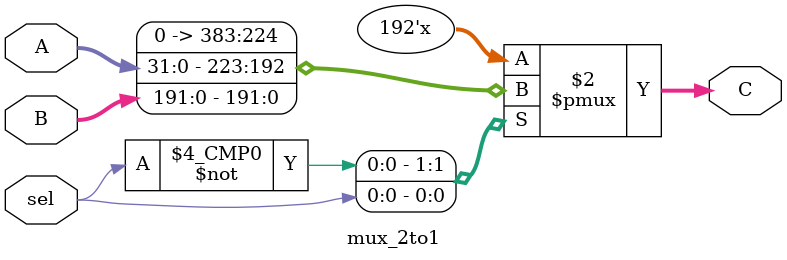
<source format=sv>
module mux_2to1 #(parameter V = 192, S = 32) (input logic [S-1:0] A, 
													input logic [V-1:0] B,
													input logic sel,
													output logic [V-1:0] C);

	always_comb
		case(sel)
		
			1'b0: C = A;		
		
			1'b1: C = B;
			
			default: C = B; // undefined
			
		endcase
	
endmodule
</source>
